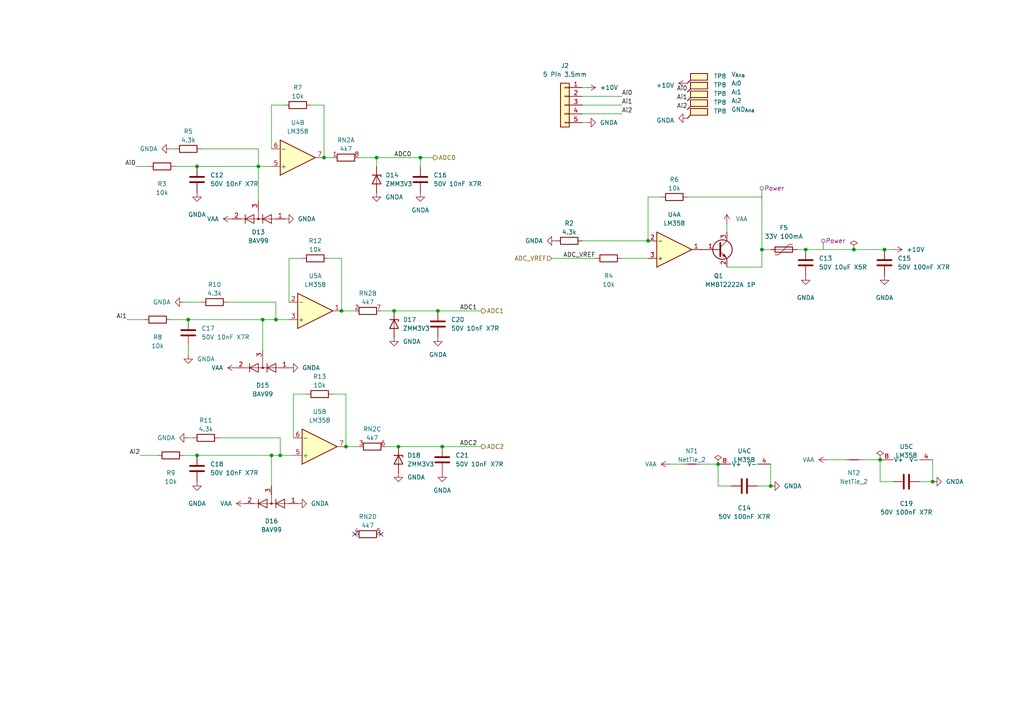
<source format=kicad_sch>
(kicad_sch (version 20230121) (generator eeschema)
  (paper "A4")
  (lib_symbols
    (symbol "Amplifier_Operational:LM358" (pin_names (offset 0.127))
      (property "Reference" "U" (at 0 5.08 0))
      (property "Value" "LM358" (at 0 -5.08 0))
      (symbol "LM358_1_1"
        (polyline (pts (xy -5.08 5.08) (xy 5.08 0) (xy -5.08 -5.08) (xy -5.08 5.08)) (stroke (width 0.254)) (fill (type background)))
        (pin output line (at 7.62 0 180) (length 2.54) (name "~") (number "1"))
        (pin input line (at -7.62 -2.54 0) (length 2.54) (name "-") (number "2"))
        (pin input line (at -7.62 2.54 0) (length 2.54) (name "+") (number "3"))
      )
      (symbol "LM358_2_1"
        (polyline (pts (xy -5.08 5.08) (xy 5.08 0) (xy -5.08 -5.08) (xy -5.08 5.08)) (stroke (width 0.254)) (fill (type background)))
        (pin input line (at -7.62 2.54 0) (length 2.54) (name "+") (number "5"))
        (pin input line (at -7.62 -2.54 0) (length 2.54) (name "-") (number "6"))
        (pin output line (at 7.62 0 180) (length 2.54) (name "~") (number "7"))
      )
      (symbol "LM358_3_1"
        (pin power_in line (at -2.54 -7.62 90) (length 3.81) (name "V-") (number "4"))
        (pin power_in line (at -2.54 7.62 270) (length 3.81) (name "V+") (number "8"))
      )
    )
    (symbol "Connector:TestPoint_Flag" (pin_numbers hide) (pin_names (offset 0.762) hide)
      (property "Reference" "TP" (at 3.429 1.778 0))
      (property "Value" "TestPoint_Flag" (at 3.302 4.191 0))
      (symbol "TestPoint_Flag_0_1"
        (polyline (pts (xy 0 0) (xy 0.889 0.889)) (stroke (width 0.254)))
        (rectangle (start 0.889 2.794) (end 5.842 0.889) (stroke (width 0.254)) (fill (type background)))
      )
      (symbol "TestPoint_Flag_1_1"
        (pin passive line (at 0 0 90) (length 0) (name "1") (number "1"))
      )
    )
    (symbol "Connector_Generic:Conn_01x05" (pin_names (offset 1.016) hide)
      (property "Reference" "J" (at 0 7.62 0))
      (property "Value" "Conn_01x05" (at 0 -7.62 0))
      (symbol "Conn_01x05_1_1"
        (rectangle (start -1.27 -4.953) (end 0 -5.207) (stroke (width 0.1524)))
        (rectangle (start -1.27 -2.413) (end 0 -2.667) (stroke (width 0.1524)))
        (rectangle (start -1.27 0.127) (end 0 -0.127) (stroke (width 0.1524)))
        (rectangle (start -1.27 2.667) (end 0 2.413) (stroke (width 0.1524)))
        (rectangle (start -1.27 5.207) (end 0 4.953) (stroke (width 0.1524)))
        (rectangle (start -1.27 6.35) (end 1.27 -6.35) (stroke (width 0.254)) (fill (type background)))
        (pin passive line (at -5.08 5.08 0) (length 3.81) (name "Pin_1") (number "1"))
        (pin passive line (at -5.08 2.54 0) (length 3.81) (name "Pin_2") (number "2"))
        (pin passive line (at -5.08 0 0) (length 3.81) (name "Pin_3") (number "3"))
        (pin passive line (at -5.08 -2.54 0) (length 3.81) (name "Pin_4") (number "4"))
        (pin passive line (at -5.08 -5.08 0) (length 3.81) (name "Pin_5") (number "5"))
      )
    )
    (symbol "Device:C" (pin_numbers hide) (pin_names (offset 0.254))
      (property "Reference" "C" (at 0.635 2.54 0))
      (property "Value" "C" (at 0.635 -2.54 0))
      (symbol "C_0_1"
        (polyline (pts (xy -2.032 -0.762) (xy 2.032 -0.762)) (stroke (width 0.508)))
        (polyline (pts (xy -2.032 0.762) (xy 2.032 0.762)) (stroke (width 0.508)))
      )
      (symbol "C_1_1"
        (pin passive line (at 0 3.81 270) (length 2.794) (name "~") (number "1"))
        (pin passive line (at 0 -3.81 90) (length 2.794) (name "~") (number "2"))
      )
    )
    (symbol "Device:NetTie_2" (pin_numbers hide) (pin_names (offset 0) hide) (in_bom no)
      (property "Reference" "NT" (at 0 1.27 0))
      (property "Value" "NetTie_2" (at 0 -1.27 0))
      (symbol "NetTie_2_0_1"
        (polyline (pts (xy -1.27 0) (xy 1.27 0)) (stroke (width 0.254)))
      )
      (symbol "NetTie_2_1_1"
        (pin passive line (at -2.54 0 0) (length 2.54) (name "1") (number "1"))
        (pin passive line (at 2.54 0 180) (length 2.54) (name "2") (number "2"))
      )
    )
    (symbol "Device:Polyfuse" (pin_numbers hide) (pin_names (offset 0))
      (property "Reference" "F" (at -2.54 0 90))
      (property "Value" "Polyfuse" (at 2.54 0 90))
      (symbol "Polyfuse_0_1"
        (rectangle (start -0.762 2.54) (end 0.762 -2.54) (stroke (width 0.254)))
        (polyline (pts (xy 0 2.54) (xy 0 -2.54)))
        (polyline (pts (xy -1.524 2.54) (xy -1.524 1.524) (xy 1.524 -1.524) (xy 1.524 -2.54)))
      )
      (symbol "Polyfuse_1_1"
        (pin passive line (at 0 3.81 270) (length 1.27) (name "~") (number "1"))
        (pin passive line (at 0 -3.81 90) (length 1.27) (name "~") (number "2"))
      )
    )
    (symbol "Device:Q_NPN_BEC" (pin_names (offset 0) hide)
      (property "Reference" "Q" (at 5.08 1.27 0))
      (property "Value" "Q_NPN_BEC" (at 5.08 -1.27 0))
      (symbol "Q_NPN_BEC_0_1"
        (polyline (pts (xy 0.635 0.635) (xy 2.54 2.54)))
        (polyline (pts (xy 0.635 -0.635) (xy 2.54 -2.54) (xy 2.54 -2.54)))
        (polyline (pts (xy 0.635 1.905) (xy 0.635 -1.905) (xy 0.635 -1.905)) (stroke (width 0.508)))
        (polyline (pts (xy 1.27 -1.778) (xy 1.778 -1.27) (xy 2.286 -2.286) (xy 1.27 -1.778) (xy 1.27 -1.778)) (fill (type outline)))
        (circle (center 1.27 0) (radius 2.8194) (stroke (width 0.254)))
      )
      (symbol "Q_NPN_BEC_1_1"
        (pin input line (at -5.08 0 0) (length 5.715) (name "B") (number "1"))
        (pin passive line (at 2.54 -5.08 90) (length 2.54) (name "E") (number "2"))
        (pin passive line (at 2.54 5.08 270) (length 2.54) (name "C") (number "3"))
      )
    )
    (symbol "Device:R" (pin_numbers hide) (pin_names (offset 0))
      (property "Reference" "R" (at 2.032 0 90))
      (property "Value" "R" (at 0 0 90))
      (symbol "R_0_1"
        (rectangle (start -1.016 -2.54) (end 1.016 2.54) (stroke (width 0.254)))
      )
      (symbol "R_1_1"
        (pin passive line (at 0 3.81 270) (length 1.27) (name "~") (number "1"))
        (pin passive line (at 0 -3.81 90) (length 1.27) (name "~") (number "2"))
      )
    )
    (symbol "Device:R_Pack04_Split" (pin_names (offset 0) hide)
      (property "Reference" "RN" (at 2.032 0 90))
      (property "Value" "R_Pack04_Split" (at 0 0 90))
      (symbol "R_Pack04_Split_0_1"
        (rectangle (start 1.016 2.54) (end -1.016 -2.54) (stroke (width 0.254)))
      )
      (symbol "R_Pack04_Split_1_1"
        (pin passive line (at 0 -3.81 90) (length 1.27) (name "R1.1") (number "1"))
        (pin passive line (at 0 3.81 270) (length 1.27) (name "R1.2") (number "8"))
      )
      (symbol "R_Pack04_Split_2_1"
        (pin passive line (at 0 -3.81 90) (length 1.27) (name "R2.1") (number "2"))
        (pin passive line (at 0 3.81 270) (length 1.27) (name "R2.2") (number "7"))
      )
      (symbol "R_Pack04_Split_3_1"
        (pin passive line (at 0 -3.81 90) (length 1.27) (name "R3.1") (number "3"))
        (pin passive line (at 0 3.81 270) (length 1.27) (name "R3.2") (number "6"))
      )
      (symbol "R_Pack04_Split_4_1"
        (pin passive line (at 0 -3.81 90) (length 1.27) (name "R4.1") (number "4"))
        (pin passive line (at 0 3.81 270) (length 1.27) (name "R4.2") (number "5"))
      )
    )
    (symbol "Diode:BAV99" (pin_names hide)
      (property "Reference" "D" (at 0 5.08 0))
      (property "Value" "BAV99" (at 0 2.54 0))
      (symbol "BAV99_0_1"
        (polyline (pts (xy -5.08 0) (xy 5.08 0)))
      )
      (symbol "BAV99_1_1"
        (polyline (pts (xy 0 0) (xy 0 -2.54)))
        (polyline (pts (xy -1.27 -1.27) (xy -1.27 1.27) (xy -1.27 1.27)) (stroke (width 0.2032)))
        (polyline (pts (xy 3.81 1.27) (xy 3.81 -1.27) (xy 3.81 -1.27)) (stroke (width 0.2032)))
        (polyline (pts (xy -3.81 1.27) (xy -1.27 0) (xy -3.81 -1.27) (xy -3.81 1.27) (xy -3.81 1.27) (xy -3.81 1.27)) (stroke (width 0.2032)))
        (polyline (pts (xy 1.27 1.27) (xy 3.81 0) (xy 1.27 -1.27) (xy 1.27 1.27) (xy 1.27 1.27) (xy 1.27 1.27)) (stroke (width 0.2032)))
        (circle (center 0 0) (radius 0.254) (fill (type outline)))
        (pin passive line (at -7.62 0 0) (length 2.54) (name "K") (number "1"))
        (pin passive line (at 7.62 0 180) (length 2.54) (name "A") (number "2"))
        (pin passive line (at 0 -5.08 90) (length 2.54) (name "K") (number "3"))
      )
    )
    (symbol "Diode:ZMMxx" (pin_numbers hide) (pin_names hide)
      (property "Reference" "D" (at 0 2.54 0))
      (property "Value" "ZMMxx" (at 0 -2.54 0))
      (symbol "ZMMxx_0_1"
        (polyline (pts (xy 1.27 0) (xy -1.27 0)))
        (polyline (pts (xy -1.27 -1.27) (xy -1.27 1.27) (xy -0.762 1.27)) (stroke (width 0.254)))
        (polyline (pts (xy 1.27 -1.27) (xy 1.27 1.27) (xy -1.27 0) (xy 1.27 -1.27)) (stroke (width 0.254)))
      )
      (symbol "ZMMxx_1_1"
        (pin passive line (at -3.81 0 0) (length 2.54) (name "K") (number "1"))
        (pin passive line (at 3.81 0 180) (length 2.54) (name "A") (number "2"))
      )
    )
    (symbol "power:+10V" (power) (pin_names (offset 0))
      (property "Value" "+10V" (at 0 3.556 0))
      (symbol "+10V_0_1"
        (polyline (pts (xy -0.762 1.27) (xy 0 2.54)))
        (polyline (pts (xy 0 0) (xy 0 2.54)))
        (polyline (pts (xy 0 2.54) (xy 0.762 1.27)))
      )
      (symbol "+10V_1_1"
        (pin power_in line (at 0 0 90) (length 0) hide (name "+10V") (number "1"))
      )
    )
    (symbol "power:GNDA" (power) (pin_names (offset 0))
      (property "Value" "GNDA" (at 0 -3.81 0))
      (symbol "GNDA_0_1"
        (polyline (pts (xy 0 0) (xy 0 -1.27) (xy 1.27 -1.27) (xy 0 -2.54) (xy -1.27 -1.27) (xy 0 -1.27)))
      )
      (symbol "GNDA_1_1"
        (pin power_in line (at 0 0 270) (length 0) hide (name "GNDA") (number "1"))
      )
    )
    (symbol "power:PWR_FLAG" (power) (pin_numbers hide) (pin_names (offset 0) hide)
      (property "Value" "PWR_FLAG" (at 0 3.81 0))
      (symbol "PWR_FLAG_0_0"
        (pin power_out line (at 0 0 90) (length 0) (name "pwr") (number "1"))
      )
      (symbol "PWR_FLAG_0_1"
        (polyline (pts (xy 0 0) (xy 0 1.27) (xy -1.016 1.905) (xy 0 2.54) (xy 1.016 1.905) (xy 0 1.27)))
      )
    )
    (symbol "power:VAA" (power) (pin_names (offset 0))
      (property "Value" "VAA" (at 0 3.81 0))
      (symbol "VAA_0_1"
        (polyline (pts (xy -0.762 1.27) (xy 0 2.54)))
        (polyline (pts (xy 0 0) (xy 0 2.54)))
        (polyline (pts (xy 0 2.54) (xy 0.762 1.27)))
      )
      (symbol "VAA_1_1"
        (pin power_in line (at 0 0 90) (length 0) hide (name "VAA") (number "1"))
      )
    )
  )
  (junction (at 270.51 139.7))
  (junction (at 233.68 72.39))
  (junction (at 208.28 134.62))
  (junction (at 121.92 45.72))
  (junction (at 223.52 140.97))
  (junction (at 256.54 72.39))
  (junction (at 220.98 72.39))
  (junction (at 127 90.17))
  (junction (at 54.61 92.71))
  (junction (at 115.57 129.54))
  (junction (at 57.15 48.26))
  (junction (at 74.93 48.26))
  (junction (at 78.74 132.08))
  (junction (at 81.28 132.08))
  (junction (at 128.27 129.54))
  (junction (at 93.98 45.72))
  (junction (at 99.06 90.17))
  (junction (at 255.27 133.35))
  (junction (at 247.65 72.39))
  (junction (at 57.15 132.08))
  (junction (at 187.96 69.85))
  (junction (at 76.2 92.71))
  (junction (at 114.3 90.17))
  (junction (at 80.01 92.71))
  (junction (at 109.22 45.72))
  (junction (at 100.33 129.54))
  (no_connect (at 102.87 154.94))
  (no_connect (at 110.49 154.94))
  (wire (pts (xy 223.52 140.97) (xy 219.71 140.97)))
  (wire (pts (xy 74.93 48.26) (xy 78.74 48.26)))
  (wire (pts (xy 128.27 129.54) (xy 139.7 129.54)))
  (wire (pts (xy 187.96 57.15) (xy 187.96 69.85)))
  (wire (pts (xy 78.74 140.97) (xy 78.74 132.08)))
  (wire (pts (xy 212.09 140.97) (xy 208.28 140.97)))
  (wire (pts (xy 104.14 129.54) (xy 100.33 129.54)))
  (wire (pts (xy 270.51 139.7) (xy 266.7 139.7)))
  (wire (pts (xy 78.74 132.08) (xy 81.28 132.08)))
  (wire (pts (xy 259.08 139.7) (xy 255.27 139.7)))
  (wire (pts (xy 54.61 100.33) (xy 54.61 102.87)))
  (wire (pts (xy 50.8 43.18) (xy 49.53 43.18)))
  (wire (pts (xy 270.51 133.35) (xy 270.51 139.7)))
  (wire (pts (xy 168.91 33.02) (xy 180.34 33.02)))
  (wire (pts (xy 96.52 114.3) (xy 100.33 114.3)))
  (wire (pts (xy 121.92 45.72) (xy 121.92 48.26)))
  (wire (pts (xy 80.01 92.71) (xy 83.82 92.71)))
  (wire (pts (xy 180.34 74.93) (xy 187.96 74.93)))
  (wire (pts (xy 96.52 45.72) (xy 93.98 45.72)))
  (wire (pts (xy 82.55 30.48) (xy 78.74 30.48)))
  (wire (pts (xy 90.17 30.48) (xy 93.98 30.48)))
  (wire (pts (xy 168.91 27.94) (xy 180.34 27.94)))
  (wire (pts (xy 168.91 30.48) (xy 180.34 30.48)))
  (wire (pts (xy 57.15 48.26) (xy 50.8 48.26)))
  (wire (pts (xy 93.98 30.48) (xy 93.98 45.72)))
  (wire (pts (xy 240.03 133.35) (xy 245.11 133.35)))
  (wire (pts (xy 74.93 43.18) (xy 74.93 48.26)))
  (wire (pts (xy 63.5 127) (xy 81.28 127)))
  (wire (pts (xy 102.87 90.17) (xy 99.06 90.17)))
  (wire (pts (xy 53.34 87.63) (xy 58.42 87.63)))
  (wire (pts (xy 80.01 87.63) (xy 80.01 92.71)))
  (wire (pts (xy 194.31 134.62) (xy 198.12 134.62)))
  (wire (pts (xy 168.91 69.85) (xy 187.96 69.85)))
  (wire (pts (xy 210.82 64.77) (xy 210.82 67.31)))
  (wire (pts (xy 121.92 45.72) (xy 125.73 45.72)))
  (wire (pts (xy 55.88 127) (xy 54.61 127)))
  (wire (pts (xy 57.15 132.08) (xy 53.34 132.08)))
  (wire (pts (xy 111.76 129.54) (xy 115.57 129.54)))
  (wire (pts (xy 110.49 90.17) (xy 114.3 90.17)))
  (wire (pts (xy 203.2 134.62) (xy 208.28 134.62)))
  (wire (pts (xy 233.68 72.39) (xy 231.14 72.39)))
  (wire (pts (xy 250.19 133.35) (xy 255.27 133.35)))
  (wire (pts (xy 199.39 57.15) (xy 220.98 57.15)))
  (wire (pts (xy 247.65 72.39) (xy 233.68 72.39)))
  (wire (pts (xy 58.42 43.18) (xy 74.93 43.18)))
  (wire (pts (xy 76.2 101.6) (xy 76.2 92.71)))
  (wire (pts (xy 109.22 45.72) (xy 109.22 48.26)))
  (wire (pts (xy 81.28 127) (xy 81.28 132.08)))
  (wire (pts (xy 81.28 132.08) (xy 85.09 132.08)))
  (wire (pts (xy 223.52 134.62) (xy 223.52 140.97)))
  (wire (pts (xy 109.22 45.72) (xy 121.92 45.72)))
  (wire (pts (xy 80.01 92.71) (xy 76.2 92.71)))
  (wire (pts (xy 170.18 25.4) (xy 168.91 25.4)))
  (wire (pts (xy 49.53 92.71) (xy 54.61 92.71)))
  (wire (pts (xy 99.06 74.93) (xy 99.06 90.17)))
  (wire (pts (xy 114.3 90.17) (xy 127 90.17)))
  (wire (pts (xy 160.02 74.93) (xy 172.72 74.93)))
  (wire (pts (xy 256.54 72.39) (xy 247.65 72.39)))
  (wire (pts (xy 104.14 45.72) (xy 109.22 45.72)))
  (wire (pts (xy 57.15 132.08) (xy 78.74 132.08)))
  (wire (pts (xy 208.28 140.97) (xy 208.28 134.62)))
  (wire (pts (xy 87.63 74.93) (xy 83.82 74.93)))
  (wire (pts (xy 40.64 132.08) (xy 45.72 132.08)))
  (wire (pts (xy 220.98 72.39) (xy 223.52 72.39)))
  (wire (pts (xy 74.93 48.26) (xy 57.15 48.26)))
  (wire (pts (xy 220.98 72.39) (xy 220.98 77.47)))
  (wire (pts (xy 259.08 72.39) (xy 256.54 72.39)))
  (wire (pts (xy 78.74 30.48) (xy 78.74 43.18)))
  (wire (pts (xy 210.82 77.47) (xy 220.98 77.47)))
  (wire (pts (xy 95.25 74.93) (xy 99.06 74.93)))
  (wire (pts (xy 191.77 57.15) (xy 187.96 57.15)))
  (wire (pts (xy 170.18 35.56) (xy 168.91 35.56)))
  (wire (pts (xy 43.18 48.26) (xy 39.37 48.26)))
  (wire (pts (xy 54.61 92.71) (xy 76.2 92.71)))
  (wire (pts (xy 100.33 114.3) (xy 100.33 129.54)))
  (wire (pts (xy 220.98 57.15) (xy 220.98 72.39)))
  (wire (pts (xy 74.93 58.42) (xy 74.93 48.26)))
  (wire (pts (xy 255.27 139.7) (xy 255.27 133.35)))
  (wire (pts (xy 115.57 129.54) (xy 128.27 129.54)))
  (wire (pts (xy 127 90.17) (xy 139.7 90.17)))
  (wire (pts (xy 88.9 114.3) (xy 85.09 114.3)))
  (wire (pts (xy 85.09 114.3) (xy 85.09 127)))
  (wire (pts (xy 36.83 92.71) (xy 41.91 92.71)))
  (wire (pts (xy 66.04 87.63) (xy 80.01 87.63)))
  (wire (pts (xy 83.82 74.93) (xy 83.82 87.63)))
  (label "ADC0" (at 114.3 45.72 0))
  (label "Ai2" (at 180.34 33.02 0))
  (label "Ai2" (at 199.39 31.75 180))
  (label "Ai2" (at 40.64 132.08 180))
  (label "Ai1" (at 36.83 92.71 180))
  (label "Ai0" (at 39.37 48.26 180))
  (label "Ai0" (at 199.39 26.67 180))
  (label "ADC1" (at 133.35 90.17 0))
  (label "Ai1" (at 199.39 29.21 180))
  (label "Ai0" (at 180.34 27.94 0))
  (label "ADC_VREF" (at 172.72 74.93 180))
  (label "Ai1" (at 180.34 30.48 0))
  (label "ADC2" (at 133.35 129.54 0))
  (hierarchical_label "ADC1" (shape output) (at 139.7 90.17 0))
  (hierarchical_label "ADC_VREF" (shape input) (at 160.02 74.93 180))
  (hierarchical_label "ADC0" (shape output) (at 125.73 45.72 0))
  (hierarchical_label "ADC2" (shape output) (at 139.7 129.54 0))
  (netclass_flag "" (length 2.54) (shape round) (at 220.98 57.15 0) (property "Netclass" "Power" (at 221.5896 54.61 0) (effects (font italic) (justify left))))
  (netclass_flag "" (length 2.54) (shape round) (at 238.76 72.39 0) (property "Netclass" "Power" (at 239.3696 69.85 0) (effects (font italic) (justify left))))
  (symbol (lib_id "Device:R") (at 62.23 87.63 90) (unit 1)
    (property "Reference" "R10" (at 62.23 82.55 90))
    (property "Value" "4.3k" (at 62.23 85.09 90))
    (property "Footprint" "Resistor_SMD:R_0603_1608Metric" (effects hide))
    (property "LCSC" "C23159" (effects hide))
  )
  (symbol (lib_id "Connector:TestPoint_Flag") (at 199.39 24.13 0) (unit 1)
    (property "Reference" "TP8" (at 207.01 22.098 0) (effects (justify left)))
    (property "Value" "V_{Ana}" (at 212.09 21.59 0) (effects (justify left)))
    (property "Footprint" "TestPoint:TestPoint_Pad_1.0x1.0mm" (effects hide))
    (instances (project "PiPico_OpenPLC" (path "" (reference "TP8") (unit 1)) (path "" (reference "TP32") (unit 1)) (path "" (reference "TP31") (unit 1)) (path "" (reference "TP41") (unit 1))))
  )
  (symbol (lib_id "power:VAA") (at 210.82 64.77 0) (unit 1)
    (property "Reference" "#PWR0156" (effects hide))
    (property "Value" "VAA" (at 213.36 63.4999 0) (effects (justify left)))
  )
  (symbol (lib_id "Device:C") (at 262.89 139.7 90) (unit 1)
    (property "Reference" "C19" (at 262.89 146.05 90))
    (property "Value" "50V 100nF X7R" (at 262.89 148.59 90))
    (property "Footprint" "Capacitor_SMD:C_0603_1608Metric" (effects hide))
    (property "LCSC" "C14663" (effects hide))
  )
  (symbol (lib_id "Diode:BAV99") (at 74.93 63.5 180) (unit 1)
    (property "Reference" "D13" (at 74.93 67.31 0))
    (property "Value" "BAV99" (at 74.93 69.85 0))
    (property "Footprint" "Package_TO_SOT_SMD:SOT-23" (effects hide))
    (property "Datasheet" "https://assets.nexperia.com/documents/data-sheet/BAV99_SER.pdf" (effects hide))
    (property "LCSC" "C2500" (effects hide))
    (property "JLCPCB Rotation Offset" "180" (effects hide))
  )
  (symbol (lib_id "Diode:ZMMxx") (at 109.22 52.07 270) (unit 1)
    (property "Reference" "D14" (at 111.76 50.7999 90) (effects (justify left)))
    (property "Value" "ZMM3V3" (at 111.76 53.3399 90) (effects (justify left)))
    (property "Footprint" "Diode_SMD:D_MiniMELF" (effects hide))
    (property "Datasheet" "https://diotec.com/tl_files/diotec/files/pdf/datasheets/zmm1.pdf" (effects hide))
    (property "LCSC" "C8056" (effects hide))
  )
  (symbol (lib_id "Device:R") (at 176.53 74.93 90) (unit 1)
    (property "Reference" "R4" (at 176.53 80.01 90))
    (property "Value" "10k" (at 176.53 82.55 90))
    (property "Footprint" "Resistor_SMD:R_0603_1608Metric" (effects hide))
    (property "LCSC" "C25804" (effects hide))
  )
  (symbol (lib_id "power:GNDA") (at 233.68 80.01 0) (unit 1)
    (property "Reference" "#PWR061" (effects hide))
    (property "Value" "GNDA" (at 233.68 86.36 0))
  )
  (symbol (lib_id "power:VAA") (at 240.03 133.35 90) (unit 1)
    (property "Reference" "#PWR071" (effects hide))
    (property "Value" "VAA" (at 236.22 133.3499 90) (effects (justify left)))
  )
  (symbol (lib_id "power:GNDA") (at 83.82 106.68 90) (unit 1)
    (property "Reference" "#PWR074" (effects hide))
    (property "Value" "GNDA" (at 87.63 106.6799 90) (effects (justify right)))
  )
  (symbol (lib_id "power:GNDA") (at 86.36 146.05 90) (unit 1)
    (property "Reference" "#PWR075" (effects hide))
    (property "Value" "GNDA" (at 90.17 146.0499 90) (effects (justify right)))
  )
  (symbol (lib_id "power:GNDA") (at 54.61 102.87 0) (unit 1)
    (property "Reference" "#PWR068" (effects hide))
    (property "Value" "GNDA" (at 57.15 104.1399 0) (effects (justify left)))
  )
  (symbol (lib_id "power:PWR_FLAG") (at 247.65 72.39 0) (unit 1)
    (property "Reference" "#FLG0111" (effects hide))
    (property "Value" "PWR_FLAG" (effects hide))
  )
  (symbol (lib_id "power:GNDA") (at 127 97.79 0) (unit 1)
    (property "Reference" "#PWR079" (effects hide))
    (property "Value" "GNDA" (at 127 102.87 0))
  )
  (symbol (lib_id "Device:C") (at 256.54 76.2 0) (unit 1)
    (property "Reference" "C15" (at 260.35 74.9299 0) (effects (justify left)))
    (property "Value" "50V 100nF X7R" (at 260.35 77.4699 0) (effects (justify left)))
    (property "Footprint" "Capacitor_SMD:C_0603_1608Metric" (effects hide))
    (property "LCSC" "C14663" (effects hide))
  )
  (symbol (lib_id "Diode:ZMMxx") (at 114.3 93.98 270) (unit 1)
    (property "Reference" "D17" (at 116.84 92.7099 90) (effects (justify left)))
    (property "Value" "ZMM3V3" (at 116.84 95.2499 90) (effects (justify left)))
    (property "Footprint" "Diode_SMD:D_MiniMELF" (effects hide))
    (property "Datasheet" "https://diotec.com/tl_files/diotec/files/pdf/datasheets/zmm1.pdf" (effects hide))
    (property "LCSC" "C8056" (effects hide))
  )
  (symbol (lib_id "power:GNDA") (at 270.51 139.7 90) (unit 1)
    (property "Reference" "#PWR076" (effects hide))
    (property "Value" "GNDA" (at 274.32 139.6999 90) (effects (justify right)))
  )
  (symbol (lib_id "power:GNDA") (at 256.54 80.01 0) (unit 1)
    (property "Reference" "#PWR062" (effects hide))
    (property "Value" "GNDA" (at 256.54 86.36 0))
  )
  (symbol (lib_id "power:GNDA") (at 114.3 97.79 0) (unit 1)
    (property "Reference" "#PWR077" (effects hide))
    (property "Value" "GNDA" (at 116.84 99.0599 0) (effects (justify left)))
  )
  (symbol (lib_id "Device:R_Pack04_Split") (at 106.68 90.17 270) (mirror x) (unit 2)
    (property "Reference" "RN2" (at 106.68 85.09 90))
    (property "Value" "4k7" (at 106.68 87.63 90))
    (property "Footprint" "Resistor_SMD:R_Array_Convex_4x0603" (effects hide))
    (property "LCSC" "C1980" (effects hide))
    (property "JLCPCB Rotation Offset" "90" (effects hide))
  )
  (symbol (lib_id "power:GNDA") (at 49.53 43.18 270) (unit 1)
    (property "Reference" "#PWR056" (effects hide))
    (property "Value" "GNDA" (at 45.72 43.1799 90) (effects (justify right)))
  )
  (symbol (lib_id "Device:NetTie_2") (at 200.66 134.62 180) (unit 1) (in_bom no)
    (property "Reference" "NT1" (at 200.66 130.81 0))
    (property "Value" "NetTie_2" (at 200.66 133.35 0))
    (property "Footprint" "NetTie:NetTie-2_SMD_Pad0.5mm" (effects hide))
  )
  (symbol (lib_id "Device:Polyfuse") (at 227.33 72.39 90) (unit 1)
    (property "Reference" "F5" (at 227.33 66.04 90))
    (property "Value" "33V 100mA" (at 227.33 68.58 90))
    (property "Footprint" "Fuse:Fuse_0805_2012Metric" (effects hide))
    (property "LCSC" "C2760257" (effects hide))
    (instances (project "PiPico_OpenPLC" (path "" (reference "F5") (unit 1)) (path "" (reference "F7") (unit 1))))
  )
  (symbol (lib_id "Amplifier_Operational:LM358") (at 86.36 45.72 0) (mirror x) (unit 2)
    (property "Reference" "U4" (at 86.36 35.56 0))
    (property "Value" "LM358" (at 86.36 38.1 0))
    (property "Footprint" "Package_SO:SOIC-8_3.9x4.9mm_P1.27mm" (effects hide))
    (property "Datasheet" "http://www.ti.com/lit/ds/symlink/lm2904-n.pdf" (effects hide))
    (property "LCSC" "C7950" (effects hide))
    (property "JLCPCB Rotation Offset" "-90" (effects hide))
  )
  (symbol (lib_id "Device:R_Pack04_Split") (at 107.95 129.54 270) (mirror x) (unit 3)
    (property "Reference" "RN2" (at 107.95 124.46 90))
    (property "Value" "4k7" (at 107.95 127 90))
    (property "Footprint" "Resistor_SMD:R_Array_Convex_4x0603" (effects hide))
    (property "LCSC" "C1980" (effects hide))
    (property "JLCPCB Rotation Offset" "90" (effects hide))
  )
  (symbol (lib_id "Connector:TestPoint_Flag") (at 199.39 31.75 0) (unit 1)
    (property "Reference" "TP8" (at 207.01 29.718 0) (effects (justify left)))
    (property "Value" "A_{i}2" (at 212.09 29.21 0) (effects (justify left)))
    (property "Footprint" "TestPoint:TestPoint_Pad_1.0x1.0mm" (effects hide))
    (instances (project "PiPico_OpenPLC" (path "" (reference "TP8") (unit 1)) (path "" (reference "TP32") (unit 1)) (path "" (reference "TP31") (unit 1)) (path "" (reference "TP44") (unit 1))))
  )
  (symbol (lib_id "Device:Q_NPN_BEC") (at 208.28 72.39 0) (unit 1)
    (property "Reference" "Q1" (at 207.01 80.01 0) (effects (justify left)))
    (property "Value" "MMBT2222A 1P" (at 204.47 82.55 0) (effects (justify left)))
    (property "Footprint" "Package_TO_SOT_SMD:SOT-23" (effects hide))
    (property "LCSC" "C8512" (effects hide))
  )
  (symbol (lib_id "Device:R") (at 45.72 92.71 90) (unit 1)
    (property "Reference" "R8" (at 45.72 97.79 90))
    (property "Value" "10k" (at 45.72 100.33 90))
    (property "Footprint" "Resistor_SMD:R_0603_1608Metric" (effects hide))
    (property "LCSC" "C25804" (effects hide))
  )
  (symbol (lib_id "Amplifier_Operational:LM358") (at 91.44 90.17 0) (mirror x) (unit 1)
    (property "Reference" "U5" (at 91.44 80.01 0))
    (property "Value" "LM358" (at 91.44 82.55 0))
    (property "Footprint" "Package_SO:SOIC-8_3.9x4.9mm_P1.27mm" (effects hide))
    (property "Datasheet" "http://www.ti.com/lit/ds/symlink/lm2904-n.pdf" (effects hide))
    (property "LCSC" "C7950" (effects hide))
    (property "JLCPCB Rotation Offset" "-90" (effects hide))
  )
  (symbol (lib_id "power:GNDA") (at 115.57 137.16 0) (unit 1)
    (property "Reference" "#PWR078" (effects hide))
    (property "Value" "GNDA" (at 118.11 138.4299 0) (effects (justify left)))
  )
  (symbol (lib_id "power:VAA") (at 68.58 106.68 90) (unit 1)
    (property "Reference" "#PWR072" (effects hide))
    (property "Value" "VAA" (at 64.77 106.6799 90) (effects (justify left)))
  )
  (symbol (lib_id "power:GNDA") (at 199.39 34.29 270) (unit 1)
    (property "Reference" "#PWR0199" (effects hide))
    (property "Value" "GNDA" (at 195.58 34.925 90) (effects (justify right)))
  )
  (symbol (lib_id "power:GNDA") (at 54.61 127 270) (unit 1)
    (property "Reference" "#PWR069" (effects hide))
    (property "Value" "GNDA" (at 50.8 126.9999 90) (effects (justify right)))
  )
  (symbol (lib_id "power:GNDA") (at 57.15 55.88 0) (unit 1)
    (property "Reference" "#PWR057" (effects hide))
    (property "Value" "GNDA" (at 57.15 62.23 0))
  )
  (symbol (lib_id "Device:R_Pack04_Split") (at 106.68 154.94 270) (mirror x) (unit 4)
    (property "Reference" "RN2" (at 106.68 149.86 90))
    (property "Value" "4k7" (at 106.68 152.4 90))
    (property "Footprint" "Resistor_SMD:R_Array_Convex_4x0603" (effects hide))
    (property "LCSC" "C1980" (effects hide))
    (property "JLCPCB Rotation Offset" "90" (effects hide))
  )
  (symbol (lib_id "Amplifier_Operational:LM358") (at 92.71 129.54 0) (mirror x) (unit 2)
    (property "Reference" "U5" (at 92.71 119.38 0))
    (property "Value" "LM358" (at 92.71 121.92 0))
    (property "Footprint" "Package_SO:SOIC-8_3.9x4.9mm_P1.27mm" (effects hide))
    (property "Datasheet" "http://www.ti.com/lit/ds/symlink/lm2904-n.pdf" (effects hide))
    (property "LCSC" "C7950" (effects hide))
    (property "JLCPCB Rotation Offset" "-90" (effects hide))
  )
  (symbol (lib_id "Device:R") (at 86.36 30.48 90) (unit 1)
    (property "Reference" "R7" (at 86.36 25.4 90))
    (property "Value" "10k" (at 86.36 27.94 90))
    (property "Footprint" "Resistor_SMD:R_0603_1608Metric" (effects hide))
    (property "LCSC" "C25804" (effects hide))
  )
  (symbol (lib_id "Device:R") (at 195.58 57.15 90) (unit 1)
    (property "Reference" "R6" (at 195.58 52.07 90))
    (property "Value" "10k" (at 195.58 54.61 90))
    (property "Footprint" "Resistor_SMD:R_0603_1608Metric" (effects hide))
    (property "LCSC" "C25804" (effects hide))
  )
  (symbol (lib_id "power:GNDA") (at 128.27 137.16 0) (unit 1)
    (property "Reference" "#PWR080" (effects hide))
    (property "Value" "GNDA" (at 128.27 142.24 0))
  )
  (symbol (lib_id "Diode:BAV99") (at 76.2 106.68 180) (unit 1)
    (property "Reference" "D15" (at 76.2 111.76 0))
    (property "Value" "BAV99" (at 76.2 114.3 0))
    (property "Footprint" "Package_TO_SOT_SMD:SOT-23" (effects hide))
    (property "Datasheet" "https://assets.nexperia.com/documents/data-sheet/BAV99_SER.pdf" (effects hide))
    (property "LCSC" "C2500" (effects hide))
    (property "JLCPCB Rotation Offset" "180" (effects hide))
  )
  (symbol (lib_id "Amplifier_Operational:LM358") (at 262.89 130.81 90) (unit 3)
    (property "Reference" "U5" (at 262.89 129.54 90))
    (property "Value" "LM358" (at 262.89 132.08 90))
    (property "Footprint" "Package_SO:SOIC-8_3.9x4.9mm_P1.27mm" (effects hide))
    (property "Datasheet" "http://www.ti.com/lit/ds/symlink/lm2904-n.pdf" (effects hide))
    (property "LCSC" "C7950" (effects hide))
    (property "JLCPCB Rotation Offset" "-90" (effects hide))
  )
  (symbol (lib_id "Connector:TestPoint_Flag") (at 199.39 34.29 0) (unit 1)
    (property "Reference" "TP8" (at 207.01 32.258 0) (effects (justify left)))
    (property "Value" "GND_{Ana}" (at 212.09 31.75 0) (effects (justify left)))
    (property "Footprint" "TestPoint:TestPoint_Pad_1.0x1.0mm" (effects hide))
    (instances (project "PiPico_OpenPLC" (path "" (reference "TP8") (unit 1)) (path "" (reference "TP32") (unit 1)) (path "" (reference "TP31") (unit 1)) (path "" (reference "TP45") (unit 1))))
  )
  (symbol (lib_id "power:GNDA") (at 161.29 69.85 270) (unit 1)
    (property "Reference" "#PWR055" (effects hide))
    (property "Value" "GNDA" (at 157.48 69.8499 90) (effects (justify right)))
  )
  (symbol (lib_id "Device:C") (at 233.68 76.2 0) (unit 1)
    (property "Reference" "C13" (at 237.49 74.9299 0) (effects (justify left)))
    (property "Value" "50V 10uF X5R" (at 237.49 77.4699 0) (effects (justify left)))
    (property "Footprint" "Capacitor_SMD:C_1206_3216Metric" (effects hide))
    (property "LCSC" "C13585" (effects hide))
  )
  (symbol (lib_id "Device:R") (at 46.99 48.26 90) (unit 1)
    (property "Reference" "R3" (at 46.99 53.34 90))
    (property "Value" "10k" (at 46.99 55.88 90))
    (property "Footprint" "Resistor_SMD:R_0603_1608Metric" (effects hide))
    (property "LCSC" "C25804" (effects hide))
  )
  (symbol (lib_id "Amplifier_Operational:LM358") (at 215.9 132.08 90) (unit 3)
    (property "Reference" "U4" (at 215.9 130.81 90))
    (property "Value" "LM358" (at 215.9 133.35 90))
    (property "Footprint" "Package_SO:SOIC-8_3.9x4.9mm_P1.27mm" (effects hide))
    (property "Datasheet" "http://www.ti.com/lit/ds/symlink/lm2904-n.pdf" (effects hide))
    (property "LCSC" "C7950" (effects hide))
    (property "JLCPCB Rotation Offset" "-90" (effects hide))
  )
  (symbol (lib_id "power:+10V") (at 170.18 25.4 270) (unit 1)
    (property "Reference" "#PWR048" (effects hide))
    (property "Value" "+10V" (at 173.99 25.3999 90) (effects (justify left)))
  )
  (symbol (lib_id "Connector:TestPoint_Flag") (at 199.39 29.21 0) (unit 1)
    (property "Reference" "TP8" (at 207.01 27.178 0) (effects (justify left)))
    (property "Value" "A_{i}1" (at 212.09 26.67 0) (effects (justify left)))
    (property "Footprint" "TestPoint:TestPoint_Pad_1.0x1.0mm" (effects hide))
    (instances (project "PiPico_OpenPLC" (path "" (reference "TP8") (unit 1)) (path "" (reference "TP32") (unit 1)) (path "" (reference "TP31") (unit 1)) (path "" (reference "TP43") (unit 1))))
  )
  (symbol (lib_id "power:GNDA") (at 57.15 139.7 0) (unit 1)
    (property "Reference" "#PWR070" (effects hide))
    (property "Value" "GNDA" (at 57.15 146.05 0))
  )
  (symbol (lib_id "Device:R") (at 59.69 127 90) (unit 1)
    (property "Reference" "R11" (at 59.69 121.92 90))
    (property "Value" "4.3k" (at 59.69 124.46 90))
    (property "Footprint" "Resistor_SMD:R_0603_1608Metric" (effects hide))
    (property "LCSC" "C23159" (effects hide))
  )
  (symbol (lib_id "Device:C") (at 128.27 133.35 0) (unit 1)
    (property "Reference" "C21" (at 132.08 132.0799 0) (effects (justify left)))
    (property "Value" "50V 10nF X7R" (at 132.08 134.6199 0) (effects (justify left)))
    (property "Footprint" "Capacitor_SMD:C_0603_1608Metric" (effects hide))
    (property "LCSC" "C57112" (effects hide))
  )
  (symbol (lib_id "Connector:TestPoint_Flag") (at 199.39 26.67 0) (unit 1)
    (property "Reference" "TP8" (at 207.01 24.638 0) (effects (justify left)))
    (property "Value" "A_{i}0" (at 212.09 24.13 0) (effects (justify left)))
    (property "Footprint" "TestPoint:TestPoint_Pad_1.0x1.0mm" (effects hide))
    (instances (project "PiPico_OpenPLC" (path "" (reference "TP8") (unit 1)) (path "" (reference "TP32") (unit 1)) (path "" (reference "TP31") (unit 1)) (path "" (reference "TP42") (unit 1))))
  )
  (symbol (lib_id "Device:R") (at 49.53 132.08 90) (unit 1)
    (property "Reference" "R9" (at 49.53 137.16 90))
    (property "Value" "10k" (at 49.53 139.7 90))
    (property "Footprint" "Resistor_SMD:R_0603_1608Metric" (effects hide))
    (property "LCSC" "C25804" (effects hide))
  )
  (symbol (lib_id "power:+10V") (at 199.39 24.13 90) (unit 1)
    (property "Reference" "#PWR097" (effects hide))
    (property "Value" "+10V" (at 195.58 24.765 90) (effects (justify left)))
  )
  (symbol (lib_id "power:GNDA") (at 223.52 140.97 90) (unit 1)
    (property "Reference" "#PWR065" (effects hide))
    (property "Value" "GNDA" (at 227.33 140.9699 90) (effects (justify right)))
  )
  (symbol (lib_id "Device:R") (at 54.61 43.18 90) (unit 1)
    (property "Reference" "R5" (at 54.61 38.1 90))
    (property "Value" "4.3k" (at 54.61 40.64 90))
    (property "Footprint" "Resistor_SMD:R_0603_1608Metric" (effects hide))
    (property "LCSC" "C23159" (effects hide))
  )
  (symbol (lib_id "power:GNDA") (at 82.55 63.5 90) (unit 1)
    (property "Reference" "#PWR060" (effects hide))
    (property "Value" "GNDA" (at 86.36 63.4999 90) (effects (justify right)))
  )
  (symbol (lib_id "power:PWR_FLAG") (at 255.27 133.35 0) (unit 1)
    (property "Reference" "#FLG0113" (effects hide))
    (property "Value" "PWR_FLAG" (effects hide))
  )
  (symbol (lib_id "Device:C") (at 57.15 135.89 0) (unit 1)
    (property "Reference" "C18" (at 60.96 134.6199 0) (effects (justify left)))
    (property "Value" "50V 10nF X7R" (at 60.96 137.1599 0) (effects (justify left)))
    (property "Footprint" "Capacitor_SMD:C_0603_1608Metric" (effects hide))
    (property "LCSC" "C57112" (effects hide))
  )
  (symbol (lib_id "Device:C") (at 57.15 52.07 0) (unit 1)
    (property "Reference" "C12" (at 60.96 50.7999 0) (effects (justify left)))
    (property "Value" "50V 10nF X7R" (at 60.96 53.3399 0) (effects (justify left)))
    (property "Footprint" "Capacitor_SMD:C_0603_1608Metric" (effects hide))
    (property "LCSC" "C57112" (effects hide))
  )
  (symbol (lib_id "power:PWR_FLAG") (at 208.28 134.62 0) (unit 1)
    (property "Reference" "#FLG0114" (effects hide))
    (property "Value" "PWR_FLAG" (effects hide))
  )
  (symbol (lib_id "Diode:ZMMxx") (at 115.57 133.35 270) (unit 1)
    (property "Reference" "D18" (at 118.11 132.0799 90) (effects (justify left)))
    (property "Value" "ZMM3V3" (at 118.11 134.6199 90) (effects (justify left)))
    (property "Footprint" "Diode_SMD:D_MiniMELF" (effects hide))
    (property "Datasheet" "https://diotec.com/tl_files/diotec/files/pdf/datasheets/zmm1.pdf" (effects hide))
    (property "LCSC" "C8056" (effects hide))
  )
  (symbol (lib_id "Device:C") (at 54.61 96.52 0) (unit 1)
    (property "Reference" "C17" (at 58.42 95.2499 0) (effects (justify left)))
    (property "Value" "50V 10nF X7R" (at 58.42 97.7899 0) (effects (justify left)))
    (property "Footprint" "Capacitor_SMD:C_0603_1608Metric" (effects hide))
    (property "LCSC" "C57112" (effects hide))
  )
  (symbol (lib_id "power:VAA") (at 71.12 146.05 90) (unit 1)
    (property "Reference" "#PWR073" (effects hide))
    (property "Value" "VAA" (at 67.31 146.0499 90) (effects (justify left)))
  )
  (symbol (lib_id "Device:R_Pack04_Split") (at 100.33 45.72 270) (mirror x) (unit 1)
    (property "Reference" "RN2" (at 100.33 40.64 90))
    (property "Value" "4k7" (at 100.33 43.18 90))
    (property "Footprint" "Resistor_SMD:R_Array_Convex_4x0603" (effects hide))
    (property "LCSC" "C1980" (effects hide))
    (property "JLCPCB Rotation Offset" "90" (effects hide))
  )
  (symbol (lib_id "power:GNDA") (at 53.34 87.63 270) (unit 1)
    (property "Reference" "#PWR067" (effects hide))
    (property "Value" "GNDA" (at 49.53 87.6299 90) (effects (justify right)))
  )
  (symbol (lib_id "Device:C") (at 121.92 52.07 0) (unit 1)
    (property "Reference" "C16" (at 125.73 50.7999 0) (effects (justify left)))
    (property "Value" "50V 10nF X7R" (at 125.73 53.3399 0) (effects (justify left)))
    (property "Footprint" "Capacitor_SMD:C_0603_1608Metric" (effects hide))
    (property "LCSC" "C57112" (effects hide))
  )
  (symbol (lib_id "Diode:BAV99") (at 78.74 146.05 180) (unit 1)
    (property "Reference" "D16" (at 78.74 151.13 0))
    (property "Value" "BAV99" (at 78.74 153.67 0))
    (property "Footprint" "Package_TO_SOT_SMD:SOT-23" (effects hide))
    (property "Datasheet" "https://assets.nexperia.com/documents/data-sheet/BAV99_SER.pdf" (effects hide))
    (property "LCSC" "C2500" (effects hide))
    (property "JLCPCB Rotation Offset" "180" (effects hide))
  )
  (symbol (lib_id "Amplifier_Operational:LM358") (at 195.58 72.39 0) (mirror x) (unit 1)
    (property "Reference" "U4" (at 195.58 62.23 0))
    (property "Value" "LM358" (at 195.58 64.77 0))
    (property "Footprint" "Package_SO:SOIC-8_3.9x4.9mm_P1.27mm" (effects hide))
    (property "Datasheet" "http://www.ti.com/lit/ds/symlink/lm2904-n.pdf" (effects hide))
    (property "LCSC" "C7950" (effects hide))
    (property "JLCPCB Rotation Offset" "-90" (effects hide))
  )
  (symbol (lib_id "power:VAA") (at 194.31 134.62 90) (unit 1)
    (property "Reference" "#PWR059" (effects hide))
    (property "Value" "VAA" (at 190.5 134.6199 90) (effects (justify left)))
  )
  (symbol (lib_id "Device:R") (at 165.1 69.85 90) (unit 1)
    (property "Reference" "R2" (at 165.1 64.77 90))
    (property "Value" "4.3k" (at 165.1 67.31 90))
    (property "Footprint" "Resistor_SMD:R_0603_1608Metric" (effects hide))
    (property "LCSC" "C23159" (effects hide))
  )
  (symbol (lib_id "Device:C") (at 215.9 140.97 90) (unit 1)
    (property "Reference" "C14" (at 215.9 147.32 90))
    (property "Value" "50V 100nF X7R" (at 215.9 149.86 90))
    (property "Footprint" "Capacitor_SMD:C_0603_1608Metric" (effects hide))
    (property "LCSC" "C14663" (effects hide))
  )
  (symbol (lib_id "Device:NetTie_2") (at 247.65 133.35 180) (unit 1) (in_bom no)
    (property "Reference" "NT2" (at 247.65 137.16 0))
    (property "Value" "NetTie_2" (at 247.65 139.7 0))
    (property "Footprint" "NetTie:NetTie-2_SMD_Pad0.5mm" (effects hide))
  )
  (symbol (lib_id "power:VAA") (at 67.31 63.5 90) (unit 1)
    (property "Reference" "#PWR058" (effects hide))
    (property "Value" "VAA" (at 63.5 63.4999 90) (effects (justify left)))
  )
  (symbol (lib_id "Device:R") (at 92.71 114.3 90) (unit 1)
    (property "Reference" "R13" (at 92.71 109.22 90))
    (property "Value" "10k" (at 92.71 111.76 90))
    (property "Footprint" "Resistor_SMD:R_0603_1608Metric" (effects hide))
    (property "LCSC" "C25804" (effects hide))
  )
  (symbol (lib_id "power:GNDA") (at 170.18 35.56 90) (unit 1)
    (property "Reference" "#PWR049" (effects hide))
    (property "Value" "GNDA" (at 173.99 35.5599 90) (effects (justify right)))
  )
  (symbol (lib_id "Device:R") (at 91.44 74.93 90) (unit 1)
    (property "Reference" "R12" (at 91.44 69.85 90))
    (property "Value" "10k" (at 91.44 72.39 90))
    (property "Footprint" "Resistor_SMD:R_0603_1608Metric" (effects hide))
    (property "LCSC" "C25804" (effects hide))
  )
  (symbol (lib_id "power:GNDA") (at 109.22 55.88 0) (unit 1)
    (property "Reference" "#PWR064" (effects hide))
    (property "Value" "GNDA" (at 111.76 57.1499 0) (effects (justify left)))
  )
  (symbol (lib_id "Connector_Generic:Conn_01x05") (at 163.83 30.48 0) (mirror y) (unit 1)
    (property "Reference" "J2" (at 163.83 19.05 0))
    (property "Value" "5 Pin 3.5mm" (at 163.83 21.59 0))
    (property "Footprint" "Connector_Phoenix_MC:PhoenixContact_MC_1,5_5-G-3.5_1x05_P3.50mm_Horizontal" (effects hide))
    (property "LCSC" "C136655" (effects hide))
  )
  (symbol (lib_id "power:+10V") (at 259.08 72.39 270) (unit 1)
    (property "Reference" "#PWR063" (effects hide))
    (property "Value" "+10V" (at 262.89 72.3899 90) (effects (justify left)))
  )
  (symbol (lib_id "Device:C") (at 127 93.98 0) (unit 1)
    (property "Reference" "C20" (at 130.81 92.7099 0) (effects (justify left)))
    (property "Value" "50V 10nF X7R" (at 130.81 95.2499 0) (effects (justify left)))
    (property "Footprint" "Capacitor_SMD:C_0603_1608Metric" (effects hide))
    (property "LCSC" "C57112" (effects hide))
  )
  (symbol (lib_id "power:GNDA") (at 121.92 55.88 0) (unit 1)
    (property "Reference" "#PWR066" (effects hide))
    (property "Value" "GNDA" (at 121.92 60.96 0))
  )
)
</source>
